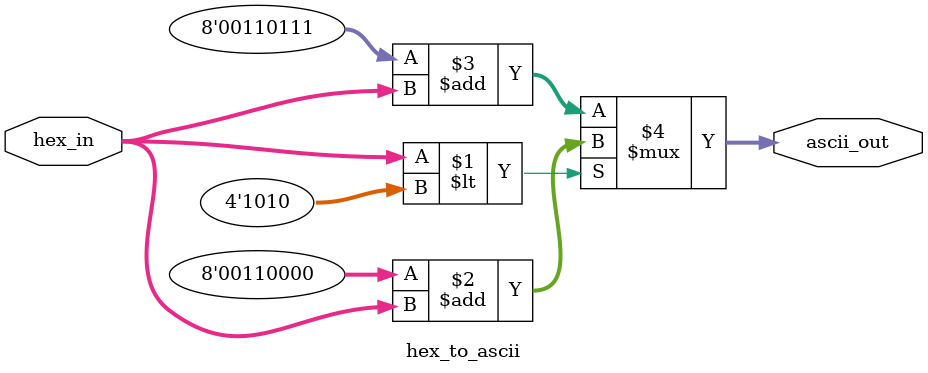
<source format=v>
`timescale 1ns / 1ps

module hex_to_ascii 
(
    input  wire [3:0] hex_in,
    output wire [7:0] ascii_out
);

    // Lógica combinacional para conversão
    // 0-9: 0x30 a 0x39
    // A-F: 0x41 a 0x46 (A soma 0x37 pois 10 + 0x37 = 0x41)
    assign ascii_out = (hex_in < 4'd10) ? (8'h30 + hex_in) : (8'h37 + hex_in);

endmodule
</source>
